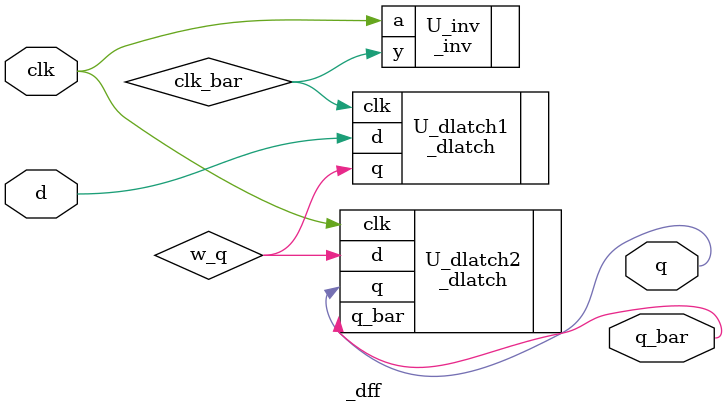
<source format=v>
module _dff(clk, d, q, q_bar);
	input clk, d;
	output q, q_bar;
	wire clk_bar, w_q;
	
_inv		U_inv(.a(clk), .y(clk_bar));
_dlatch	U_dlatch1(.clk(clk_bar), .d(d), .q(w_q));
_dlatch	U_dlatch2(.clk(clk), .d(w_q), .q(q), .q_bar(q_bar));

endmodule 
</source>
